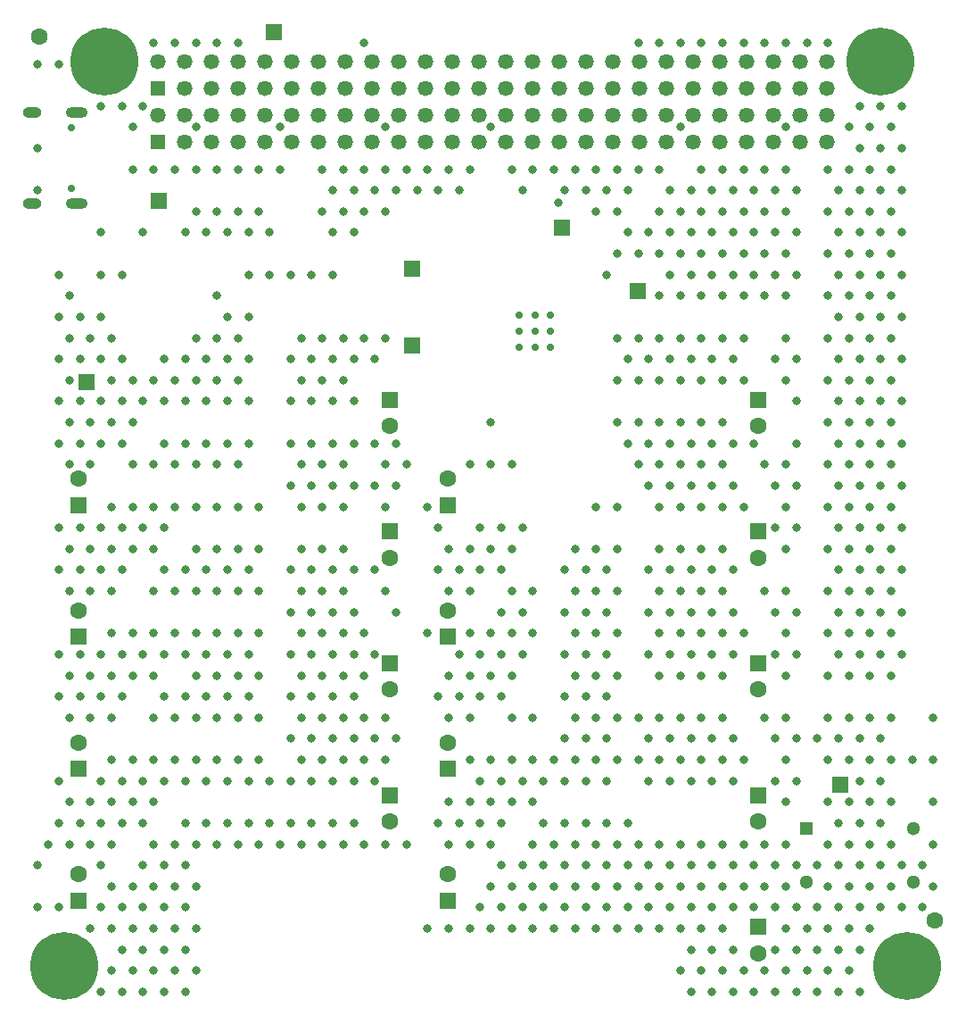
<source format=gbr>
%TF.GenerationSoftware,Altium Limited,Altium Designer,24.0.1 (36)*%
G04 Layer_Color=16711935*
%FSLAX45Y45*%
%MOMM*%
%TF.SameCoordinates,35AB2F61-03EE-4C9E-862A-60B4A91D9B88*%
%TF.FilePolarity,Negative*%
%TF.FileFunction,Soldermask,Bot*%
%TF.Part,Single*%
G01*
G75*
%TA.AperFunction,ComponentPad*%
%ADD44R,1.30000X1.30000*%
%ADD45C,1.30000*%
%TA.AperFunction,WasherPad*%
%ADD76C,1.59600*%
%TA.AperFunction,ComponentPad*%
%ADD77R,1.60000X1.60000*%
%ADD78R,1.60800X1.60800*%
%ADD79C,1.60800*%
%ADD80R,1.60000X1.60000*%
%ADD81O,1.80000X1.00000*%
%ADD82O,2.10000X1.00000*%
%ADD83C,0.70000*%
%TA.AperFunction,ViaPad*%
%ADD84C,6.45000*%
%TA.AperFunction,ComponentPad*%
%ADD85C,1.47000*%
%ADD86R,1.47000X1.47000*%
%TA.AperFunction,ViaPad*%
%ADD87C,0.80000*%
%ADD88C,0.70000*%
%ADD89C,0.80000*%
D44*
X7559000Y1808000D02*
D03*
D45*
Y1300000D02*
D03*
X8575000D02*
D03*
Y1808000D02*
D03*
D76*
X8777500Y935000D02*
D03*
X277500Y9317500D02*
D03*
D77*
X3812500Y6390000D02*
D03*
D78*
X4150000Y4875000D02*
D03*
X650000Y1125000D02*
D03*
Y4875000D02*
D03*
Y3625000D02*
D03*
Y2375000D02*
D03*
X3600000Y4625000D02*
D03*
Y5875000D02*
D03*
Y2125000D02*
D03*
Y3375000D02*
D03*
X4150000Y3625000D02*
D03*
Y2375000D02*
D03*
Y1125000D02*
D03*
X7100000Y5875000D02*
D03*
Y4625000D02*
D03*
Y3375000D02*
D03*
Y2125000D02*
D03*
Y875000D02*
D03*
D79*
X4150000Y5125000D02*
D03*
X650000Y1375000D02*
D03*
Y5125000D02*
D03*
Y3875000D02*
D03*
Y2625000D02*
D03*
X3600000Y4375000D02*
D03*
Y5625000D02*
D03*
Y1875000D02*
D03*
Y3125000D02*
D03*
X4150000Y3875000D02*
D03*
Y2625000D02*
D03*
Y1375000D02*
D03*
X7100000Y5625000D02*
D03*
Y4375000D02*
D03*
Y3125000D02*
D03*
Y1875000D02*
D03*
Y625000D02*
D03*
D80*
X3812500Y7117500D02*
D03*
X1407500Y7757500D02*
D03*
X2496820Y9357500D02*
D03*
X7875000Y2225000D02*
D03*
X721360Y6037580D02*
D03*
X5957500Y6905000D02*
D03*
X5232500Y7507500D02*
D03*
D81*
X210000Y7735000D02*
D03*
Y8600000D02*
D03*
D82*
X627000Y7735000D02*
D03*
Y8600000D02*
D03*
D83*
X578000Y8456500D02*
D03*
Y7878500D02*
D03*
D84*
X8255000Y9080500D02*
D03*
X889000D02*
D03*
X8509000Y508000D02*
D03*
X508000D02*
D03*
D85*
X2159000Y9080500D02*
D03*
X3683000D02*
D03*
X2921000D02*
D03*
X2667000D02*
D03*
X2413000D02*
D03*
X3429000D02*
D03*
X1905000D02*
D03*
X1651000D02*
D03*
X3175000D02*
D03*
X1397000D02*
D03*
X6223000D02*
D03*
X6477000Y8826500D02*
D03*
X7493000Y9080500D02*
D03*
Y8826500D02*
D03*
X7239000Y9080500D02*
D03*
Y8826500D02*
D03*
X6985000Y9080500D02*
D03*
Y8826500D02*
D03*
X6731000Y9080500D02*
D03*
Y8826500D02*
D03*
X6477000Y9080500D02*
D03*
X7747000D02*
D03*
Y8826500D02*
D03*
X6223000D02*
D03*
X3175000D02*
D03*
X4445000D02*
D03*
X3683000D02*
D03*
X3937000D02*
D03*
X4191000D02*
D03*
X3429000D02*
D03*
X5969000D02*
D03*
X5715000D02*
D03*
X5461000D02*
D03*
X4699000D02*
D03*
X4953000D02*
D03*
X5207000D02*
D03*
X2159000D02*
D03*
X2921000D02*
D03*
X2667000D02*
D03*
X2413000D02*
D03*
X1905000D02*
D03*
X1651000D02*
D03*
X5207000Y9080500D02*
D03*
X5969000D02*
D03*
X5715000D02*
D03*
X5461000D02*
D03*
X4953000D02*
D03*
X4699000D02*
D03*
X4445000D02*
D03*
X4191000D02*
D03*
X3937000D02*
D03*
X2159000Y8572500D02*
D03*
X3683000D02*
D03*
X2921000D02*
D03*
X2667000D02*
D03*
X2413000D02*
D03*
X3429000D02*
D03*
X1905000D02*
D03*
X1651000D02*
D03*
X3175000D02*
D03*
X1397000D02*
D03*
X6223000D02*
D03*
X6477000Y8318500D02*
D03*
X7493000Y8572500D02*
D03*
Y8318500D02*
D03*
X7239000Y8572500D02*
D03*
Y8318500D02*
D03*
X6985000Y8572500D02*
D03*
Y8318500D02*
D03*
X6731000Y8572500D02*
D03*
Y8318500D02*
D03*
X6477000Y8572500D02*
D03*
X7747000D02*
D03*
Y8318500D02*
D03*
X6223000D02*
D03*
X3175000D02*
D03*
X4445000D02*
D03*
X3683000D02*
D03*
X3937000D02*
D03*
X4191000D02*
D03*
X3429000D02*
D03*
X5969000D02*
D03*
X5715000D02*
D03*
X5461000D02*
D03*
X4699000D02*
D03*
X4953000D02*
D03*
X5207000D02*
D03*
X2159000D02*
D03*
X2921000D02*
D03*
X2667000D02*
D03*
X2413000D02*
D03*
X1905000D02*
D03*
X1651000D02*
D03*
X5207000Y8572500D02*
D03*
X5969000D02*
D03*
X5715000D02*
D03*
X5461000D02*
D03*
X4953000D02*
D03*
X4699000D02*
D03*
X4445000D02*
D03*
X4191000D02*
D03*
X3937000D02*
D03*
D86*
X1397000Y8826500D02*
D03*
Y8318500D02*
D03*
D87*
X8760006Y2860003D02*
D03*
Y2460003D02*
D03*
Y2060002D02*
D03*
Y1660002D02*
D03*
X8660006Y1460002D02*
D03*
X8760006Y1260002D02*
D03*
X8660006Y1060002D02*
D03*
X8460006Y8660006D02*
D03*
Y8260006D02*
D03*
Y7860006D02*
D03*
Y7460005D02*
D03*
Y7060005D02*
D03*
Y6660005D02*
D03*
Y6260005D02*
D03*
Y5860005D02*
D03*
Y5460004D02*
D03*
Y5060004D02*
D03*
Y4660004D02*
D03*
Y4260004D02*
D03*
Y3860003D02*
D03*
Y3460003D02*
D03*
X8560006Y2460003D02*
D03*
X8460006Y1460002D02*
D03*
Y1060002D02*
D03*
X8260006Y8660006D02*
D03*
X8360006Y8460006D02*
D03*
X8260006Y8260006D02*
D03*
X8360006Y8060006D02*
D03*
X8260006Y7860006D02*
D03*
X8360006Y7660006D02*
D03*
X8260006Y7460005D02*
D03*
X8360006Y7260005D02*
D03*
X8260006Y7060005D02*
D03*
X8360006Y6860005D02*
D03*
X8260006Y6660005D02*
D03*
X8360006Y6460005D02*
D03*
X8260006Y6260005D02*
D03*
X8360006Y6060005D02*
D03*
X8260006Y5860005D02*
D03*
X8360006Y5660004D02*
D03*
X8260006Y5460004D02*
D03*
X8360006Y5260004D02*
D03*
X8260006Y5060004D02*
D03*
X8360006Y4860004D02*
D03*
X8260006Y4660004D02*
D03*
X8360006Y4460004D02*
D03*
X8260006Y4260004D02*
D03*
X8360006Y4060004D02*
D03*
X8260006Y3860003D02*
D03*
X8360006Y3660003D02*
D03*
X8260006Y3460003D02*
D03*
X8360006Y3260003D02*
D03*
Y2860003D02*
D03*
X8260006Y2660003D02*
D03*
X8360006Y2460003D02*
D03*
X8260006Y2260003D02*
D03*
X8360006Y2060002D02*
D03*
X8260006Y1860002D02*
D03*
X8360006Y1660002D02*
D03*
X8260006Y1460002D02*
D03*
X8360006Y1260002D02*
D03*
X8260006Y1060002D02*
D03*
X8060006Y8660006D02*
D03*
X8160006Y8460006D02*
D03*
X8060006Y8260006D02*
D03*
X8160006Y8060006D02*
D03*
X8060006Y7860006D02*
D03*
X8160006Y7660006D02*
D03*
X8060006Y7460005D02*
D03*
X8160006Y7260005D02*
D03*
X8060006Y7060005D02*
D03*
X8160006Y6860005D02*
D03*
X8060006Y6660005D02*
D03*
X8160006Y6460005D02*
D03*
X8060006Y6260005D02*
D03*
X8160006Y6060005D02*
D03*
X8060006Y5860005D02*
D03*
X8160006Y5660004D02*
D03*
X8060006Y5460004D02*
D03*
X8160006Y5260004D02*
D03*
X8060006Y5060004D02*
D03*
X8160006Y4860004D02*
D03*
X8060006Y4660004D02*
D03*
X8160006Y4460004D02*
D03*
X8060006Y4260004D02*
D03*
X8160006Y4060004D02*
D03*
X8060006Y3860003D02*
D03*
X8160006Y3660003D02*
D03*
X8060006Y3460003D02*
D03*
X8160006Y3260003D02*
D03*
Y2860003D02*
D03*
X8060006Y2660003D02*
D03*
X8160006Y2460003D02*
D03*
X8060006Y2260003D02*
D03*
X8160006Y2060002D02*
D03*
X8060006Y1860002D02*
D03*
X8160006Y1660002D02*
D03*
X8060006Y1460002D02*
D03*
X8160006Y1260002D02*
D03*
X8060006Y1060002D02*
D03*
X8160006Y860002D02*
D03*
X8060006Y660002D02*
D03*
Y260002D02*
D03*
X7960006Y8460006D02*
D03*
Y8060006D02*
D03*
X7860006Y7860006D02*
D03*
X7960006Y7660006D02*
D03*
X7860006Y7460005D02*
D03*
X7960006Y7260005D02*
D03*
X7860006Y7060005D02*
D03*
X7960006Y6860005D02*
D03*
X7860006Y6660005D02*
D03*
X7960006Y6460005D02*
D03*
X7860006Y6260005D02*
D03*
X7960006Y6060005D02*
D03*
X7860006Y5860005D02*
D03*
X7960006Y5660004D02*
D03*
X7860006Y5460004D02*
D03*
X7960006Y5260004D02*
D03*
X7860006Y5060004D02*
D03*
X7960006Y4860004D02*
D03*
X7860006Y4660004D02*
D03*
X7960006Y4460004D02*
D03*
X7860006Y4260004D02*
D03*
X7960006Y4060004D02*
D03*
X7860006Y3860003D02*
D03*
X7960006Y3660003D02*
D03*
X7860006Y3460003D02*
D03*
X7960006Y3260003D02*
D03*
Y2860003D02*
D03*
X7860006Y2660003D02*
D03*
X7960006Y2460003D02*
D03*
Y2060002D02*
D03*
X7860006Y1860002D02*
D03*
X7960006Y1660002D02*
D03*
X7860006Y1460002D02*
D03*
X7960006Y1260002D02*
D03*
X7860006Y1060002D02*
D03*
X7960006Y860002D02*
D03*
X7860006Y660002D02*
D03*
X7960006Y460002D02*
D03*
X7860006Y260002D02*
D03*
X7760006Y9260006D02*
D03*
Y8060006D02*
D03*
Y7660006D02*
D03*
Y7260005D02*
D03*
Y6860005D02*
D03*
Y6460005D02*
D03*
Y6060005D02*
D03*
Y5660004D02*
D03*
Y5260004D02*
D03*
Y4860004D02*
D03*
Y4460004D02*
D03*
Y4060004D02*
D03*
Y3660003D02*
D03*
Y3260003D02*
D03*
Y2860003D02*
D03*
X7660006Y2660003D02*
D03*
X7760006Y2460003D02*
D03*
Y2060002D02*
D03*
Y1660002D02*
D03*
X7660006Y1460002D02*
D03*
X7760006Y1260002D02*
D03*
X7660006Y1060002D02*
D03*
X7760006Y860002D02*
D03*
X7660006Y660002D02*
D03*
X7760006Y460002D02*
D03*
X7660006Y260002D02*
D03*
X7560005Y9260006D02*
D03*
X7460005Y7860006D02*
D03*
Y7460005D02*
D03*
Y7060005D02*
D03*
Y6260005D02*
D03*
Y5860005D02*
D03*
Y5460004D02*
D03*
Y5060004D02*
D03*
Y4660004D02*
D03*
Y3860003D02*
D03*
Y3460003D02*
D03*
Y2660003D02*
D03*
Y2260003D02*
D03*
Y1460002D02*
D03*
Y1060002D02*
D03*
X7560005Y860002D02*
D03*
X7460005Y660002D02*
D03*
X7560005Y460002D02*
D03*
X7460005Y260002D02*
D03*
X7360005Y9260006D02*
D03*
Y8460006D02*
D03*
Y8060006D02*
D03*
X7260005Y7860006D02*
D03*
X7360005Y7660006D02*
D03*
X7260005Y7460005D02*
D03*
X7360005Y7260005D02*
D03*
X7260005Y7060005D02*
D03*
X7360005Y6860005D02*
D03*
Y6460005D02*
D03*
X7260005Y6260005D02*
D03*
X7360005Y6060005D02*
D03*
Y5260004D02*
D03*
X7260005Y5060004D02*
D03*
X7360005Y4860004D02*
D03*
X7260005Y4660004D02*
D03*
X7360005Y4460004D02*
D03*
Y4060004D02*
D03*
X7260005Y3860003D02*
D03*
X7360005Y3660003D02*
D03*
X7260005Y3460003D02*
D03*
X7360005Y3260003D02*
D03*
Y2860003D02*
D03*
X7260005Y2660003D02*
D03*
X7360005Y2460003D02*
D03*
X7260005Y2260003D02*
D03*
X7360005Y2060002D02*
D03*
Y1660002D02*
D03*
X7260005Y1460002D02*
D03*
X7360005Y1260002D02*
D03*
X7260005Y1060002D02*
D03*
X7360005Y860002D02*
D03*
X7260005Y660002D02*
D03*
X7360005Y460002D02*
D03*
X7260005Y260002D02*
D03*
X7160005Y9260006D02*
D03*
Y8060006D02*
D03*
X7060005Y7860006D02*
D03*
X7160005Y7660006D02*
D03*
X7060005Y7460005D02*
D03*
X7160005Y7260005D02*
D03*
X7060005Y7060005D02*
D03*
X7160005Y6860005D02*
D03*
X7060005Y5460004D02*
D03*
X7160005Y5260004D02*
D03*
Y4060004D02*
D03*
Y2860003D02*
D03*
Y1660002D02*
D03*
X7060005Y1460002D02*
D03*
X7160005Y1260002D02*
D03*
X7060005Y1060002D02*
D03*
X7160005Y460002D02*
D03*
X7060005Y260002D02*
D03*
X6960005Y9260006D02*
D03*
Y8060006D02*
D03*
X6860005Y7860006D02*
D03*
X6960005Y7660006D02*
D03*
X6860005Y7460005D02*
D03*
X6960005Y7260005D02*
D03*
X6860005Y7060005D02*
D03*
X6960005Y6860005D02*
D03*
Y6460005D02*
D03*
X6860005Y6260005D02*
D03*
X6960005Y6060005D02*
D03*
X6860005Y5460004D02*
D03*
Y5060004D02*
D03*
X6960005Y4860004D02*
D03*
X6860005Y4260004D02*
D03*
Y3860003D02*
D03*
X6960005Y3660003D02*
D03*
X6860005Y3460003D02*
D03*
Y2660003D02*
D03*
X6960005Y2460003D02*
D03*
X6860005Y2260003D02*
D03*
X6960005Y1660002D02*
D03*
X6860005Y1460002D02*
D03*
X6960005Y1260002D02*
D03*
X6860005Y1060002D02*
D03*
Y660002D02*
D03*
X6960005Y460002D02*
D03*
X6860005Y260002D02*
D03*
X6760005Y9260006D02*
D03*
Y8060006D02*
D03*
X6660005Y7860006D02*
D03*
X6760005Y7660006D02*
D03*
X6660005Y7460005D02*
D03*
X6760005Y7260005D02*
D03*
X6660005Y7060005D02*
D03*
X6760005Y6860005D02*
D03*
Y6460005D02*
D03*
X6660005Y6260005D02*
D03*
X6760005Y6060005D02*
D03*
Y5660004D02*
D03*
X6660005Y5460004D02*
D03*
X6760005Y5260004D02*
D03*
X6660005Y5060004D02*
D03*
X6760005Y4860004D02*
D03*
Y4460004D02*
D03*
X6660005Y4260004D02*
D03*
X6760005Y4060004D02*
D03*
X6660005Y3860003D02*
D03*
X6760005Y3660003D02*
D03*
X6660005Y3460003D02*
D03*
X6760005Y3260003D02*
D03*
Y2860003D02*
D03*
X6660005Y2660003D02*
D03*
X6760005Y2460003D02*
D03*
X6660005Y2260003D02*
D03*
X6760005Y1660002D02*
D03*
X6660005Y1460002D02*
D03*
X6760005Y1260002D02*
D03*
X6660005Y1060002D02*
D03*
X6760005Y860002D02*
D03*
X6660005Y660002D02*
D03*
X6760005Y460002D02*
D03*
X6660005Y260002D02*
D03*
X6560005Y9260006D02*
D03*
Y8060006D02*
D03*
X6460005Y7860006D02*
D03*
X6560005Y7660006D02*
D03*
X6460005Y7460005D02*
D03*
X6560005Y7260005D02*
D03*
X6460005Y7060005D02*
D03*
X6560005Y6860005D02*
D03*
Y6460005D02*
D03*
X6460005Y6260005D02*
D03*
X6560005Y6060005D02*
D03*
Y5660004D02*
D03*
X6460005Y5460004D02*
D03*
X6560005Y5260004D02*
D03*
X6460005Y5060004D02*
D03*
X6560005Y4860004D02*
D03*
Y4460004D02*
D03*
X6460005Y4260004D02*
D03*
X6560005Y4060004D02*
D03*
X6460005Y3860003D02*
D03*
X6560005Y3660003D02*
D03*
X6460005Y3460003D02*
D03*
X6560005Y3260003D02*
D03*
Y2860003D02*
D03*
X6460005Y2660003D02*
D03*
X6560005Y2460003D02*
D03*
X6460005Y2260003D02*
D03*
X6560005Y1660002D02*
D03*
X6460005Y1460002D02*
D03*
X6560005Y1260002D02*
D03*
X6460005Y1060002D02*
D03*
X6560005Y860002D02*
D03*
X6460005Y660002D02*
D03*
X6560005Y460002D02*
D03*
X6460005Y260002D02*
D03*
X6360005Y9260006D02*
D03*
Y8460006D02*
D03*
X6260005Y7860006D02*
D03*
X6360005Y7660006D02*
D03*
X6260005Y7460005D02*
D03*
X6360005Y7260005D02*
D03*
X6260005Y7060005D02*
D03*
X6360005Y6860005D02*
D03*
Y6460005D02*
D03*
X6260005Y6260005D02*
D03*
X6360005Y6060005D02*
D03*
Y5660004D02*
D03*
X6260005Y5460004D02*
D03*
X6360005Y5260004D02*
D03*
X6260005Y5060004D02*
D03*
X6360005Y4860004D02*
D03*
Y4460004D02*
D03*
X6260005Y4260004D02*
D03*
X6360005Y4060004D02*
D03*
X6260005Y3860003D02*
D03*
X6360005Y3660003D02*
D03*
X6260005Y3460003D02*
D03*
X6360005Y3260003D02*
D03*
Y2860003D02*
D03*
X6260005Y2660003D02*
D03*
X6360005Y2460003D02*
D03*
X6260005Y2260003D02*
D03*
X6360005Y1660002D02*
D03*
X6260005Y1460002D02*
D03*
X6360005Y1260002D02*
D03*
X6260005Y1060002D02*
D03*
X6360005Y860002D02*
D03*
Y460002D02*
D03*
X6160005Y9260006D02*
D03*
Y8060006D02*
D03*
Y7660006D02*
D03*
X6060005Y7460005D02*
D03*
X6160005Y7260005D02*
D03*
Y6860005D02*
D03*
Y6460005D02*
D03*
X6060005Y6260005D02*
D03*
X6160005Y6060005D02*
D03*
Y5660004D02*
D03*
X6060005Y5460004D02*
D03*
X6160005Y5260004D02*
D03*
X6060005Y5060004D02*
D03*
X6160005Y4860004D02*
D03*
Y4460004D02*
D03*
X6060005Y4260004D02*
D03*
X6160005Y4060004D02*
D03*
X6060005Y3860003D02*
D03*
X6160005Y3660003D02*
D03*
X6060005Y3460003D02*
D03*
X6160005Y3260003D02*
D03*
Y2860003D02*
D03*
X6060005Y2660003D02*
D03*
X6160005Y2460003D02*
D03*
X6060005Y2260003D02*
D03*
X6160005Y1660002D02*
D03*
X6060005Y1460002D02*
D03*
X6160005Y1260002D02*
D03*
X6060005Y1060002D02*
D03*
X6160005Y860002D02*
D03*
X5960005Y9260006D02*
D03*
Y8060006D02*
D03*
X5860005Y7860006D02*
D03*
Y7460005D02*
D03*
X5960005Y7260005D02*
D03*
Y6460005D02*
D03*
X5860005Y6260005D02*
D03*
X5960005Y6060005D02*
D03*
Y5660004D02*
D03*
X5860005Y5460004D02*
D03*
X5960005Y5260004D02*
D03*
Y2860003D02*
D03*
Y2460003D02*
D03*
X5860005Y1860002D02*
D03*
X5960005Y1660002D02*
D03*
X5860005Y1460002D02*
D03*
X5960005Y1260002D02*
D03*
X5860005Y1060002D02*
D03*
X5960005Y860002D02*
D03*
X5760004Y8060006D02*
D03*
X5660004Y7860006D02*
D03*
X5760004Y7660006D02*
D03*
Y7260005D02*
D03*
X5660004Y7060005D02*
D03*
X5760004Y6460005D02*
D03*
Y6060005D02*
D03*
Y5660004D02*
D03*
Y4860004D02*
D03*
Y4460004D02*
D03*
X5660004Y4260004D02*
D03*
X5760004Y4060004D02*
D03*
X5660004Y3860003D02*
D03*
X5760004Y3660003D02*
D03*
X5660004Y3460003D02*
D03*
X5760004Y3260003D02*
D03*
X5660004Y3060003D02*
D03*
X5760004Y2860003D02*
D03*
X5660004Y2660003D02*
D03*
X5760004Y2460003D02*
D03*
X5660004Y2260003D02*
D03*
Y1860002D02*
D03*
X5760004Y1660002D02*
D03*
X5660004Y1460002D02*
D03*
X5760004Y1260002D02*
D03*
X5660004Y1060002D02*
D03*
X5760004Y860002D02*
D03*
X5560004Y8060006D02*
D03*
X5460004Y7860006D02*
D03*
X5560004Y7660006D02*
D03*
Y4860004D02*
D03*
Y4460004D02*
D03*
X5460004Y4260004D02*
D03*
X5560004Y4060004D02*
D03*
X5460004Y3860003D02*
D03*
X5560004Y3660003D02*
D03*
X5460004Y3460003D02*
D03*
X5560004Y3260003D02*
D03*
X5460004Y3060003D02*
D03*
X5560004Y2860003D02*
D03*
X5460004Y2660003D02*
D03*
X5560004Y2460003D02*
D03*
X5460004Y2260003D02*
D03*
Y1860002D02*
D03*
X5560004Y1660002D02*
D03*
X5460004Y1460002D02*
D03*
X5560004Y1260002D02*
D03*
X5460004Y1060002D02*
D03*
X5560004Y860002D02*
D03*
X5360004Y8060006D02*
D03*
X5260004Y7860006D02*
D03*
X5360004Y4460004D02*
D03*
X5260004Y4260004D02*
D03*
X5360004Y4060004D02*
D03*
X5260004Y3860003D02*
D03*
X5360004Y3660003D02*
D03*
X5260004Y3460003D02*
D03*
X5360004Y3260003D02*
D03*
X5260004Y3060003D02*
D03*
X5360004Y2860003D02*
D03*
X5260004Y2660003D02*
D03*
X5360004Y2460003D02*
D03*
X5260004Y2260003D02*
D03*
Y1860002D02*
D03*
X5360004Y1660002D02*
D03*
X5260004Y1460002D02*
D03*
X5360004Y1260002D02*
D03*
X5260004Y1060002D02*
D03*
X5360004Y860002D02*
D03*
X5160004Y8060006D02*
D03*
Y2460003D02*
D03*
X5060004Y2260003D02*
D03*
Y1860002D02*
D03*
X5160004Y1660002D02*
D03*
X5060004Y1460002D02*
D03*
X5160004Y1260002D02*
D03*
X5060004Y1060002D02*
D03*
X5160004Y860002D02*
D03*
X4960004Y8060006D02*
D03*
X4860004Y7860006D02*
D03*
Y4660004D02*
D03*
X4960004Y4060004D02*
D03*
X4860004Y3860003D02*
D03*
X4960004Y3660003D02*
D03*
X4860004Y3460003D02*
D03*
X4960004Y2860003D02*
D03*
Y2460003D02*
D03*
X4860004Y2260003D02*
D03*
X4960004Y2060002D02*
D03*
Y1660002D02*
D03*
X4860004Y1460002D02*
D03*
X4960004Y1260002D02*
D03*
X4860004Y1060002D02*
D03*
X4960004Y860002D02*
D03*
X4760004Y8060006D02*
D03*
Y5260004D02*
D03*
X4660004Y4660004D02*
D03*
X4760004Y4460004D02*
D03*
X4660004Y4260004D02*
D03*
X4760004Y4060004D02*
D03*
X4660004Y3860003D02*
D03*
X4760004Y3660003D02*
D03*
X4660004Y3460003D02*
D03*
X4760004Y3260003D02*
D03*
X4660004Y3060003D02*
D03*
X4760004Y2860003D02*
D03*
Y2460003D02*
D03*
X4660004Y2260003D02*
D03*
X4760004Y2060002D02*
D03*
X4660004Y1860002D02*
D03*
Y1460002D02*
D03*
X4760004Y1260002D02*
D03*
X4660004Y1060002D02*
D03*
X4760004Y860002D02*
D03*
X4560004Y8460006D02*
D03*
Y5660004D02*
D03*
Y5260004D02*
D03*
X4460004Y4660004D02*
D03*
X4560004Y4460004D02*
D03*
X4460004Y4260004D02*
D03*
X4560004Y3660003D02*
D03*
X4460004Y3460003D02*
D03*
X4560004Y3260003D02*
D03*
X4460004Y3060003D02*
D03*
X4560004Y2460003D02*
D03*
X4460004Y2260003D02*
D03*
X4560004Y2060002D02*
D03*
X4460004Y1860002D02*
D03*
X4560004Y1660002D02*
D03*
Y1260002D02*
D03*
X4460004Y1060002D02*
D03*
X4560004Y860002D02*
D03*
X4360004Y8060006D02*
D03*
X4260004Y7860006D02*
D03*
X4360004Y5260004D02*
D03*
Y4460004D02*
D03*
X4260004Y4260004D02*
D03*
X4360004Y4060004D02*
D03*
Y3660003D02*
D03*
X4260004Y3460003D02*
D03*
X4360004Y3260003D02*
D03*
X4260004Y3060003D02*
D03*
X4360004Y2860003D02*
D03*
Y2460003D02*
D03*
Y2060002D02*
D03*
X4260004Y1860002D02*
D03*
X4360004Y1660002D02*
D03*
Y860002D02*
D03*
X4160004Y8060006D02*
D03*
X4060004Y7860006D02*
D03*
Y4660004D02*
D03*
X4160004Y4460004D02*
D03*
X4060004Y4260004D02*
D03*
X4160004Y4060004D02*
D03*
Y3260003D02*
D03*
X4060004Y3060003D02*
D03*
X4160004Y2860003D02*
D03*
Y2060002D02*
D03*
X4060004Y1860002D02*
D03*
X4160004Y1660002D02*
D03*
Y860002D02*
D03*
X3960004Y8060006D02*
D03*
X3860003Y7860006D02*
D03*
X3960004Y4860004D02*
D03*
Y3660003D02*
D03*
Y860002D02*
D03*
X3760003Y8060006D02*
D03*
X3660003Y7860006D02*
D03*
Y5460004D02*
D03*
X3760003Y5260004D02*
D03*
X3660003Y5060004D02*
D03*
Y3860003D02*
D03*
Y2660003D02*
D03*
X3760003Y1660002D02*
D03*
X3560003Y8460006D02*
D03*
Y8060006D02*
D03*
X3460003Y7860006D02*
D03*
X3560003Y7660006D02*
D03*
Y6460005D02*
D03*
X3460003Y6260005D02*
D03*
Y5460004D02*
D03*
X3560003Y5260004D02*
D03*
X3460003Y5060004D02*
D03*
X3560003Y4860004D02*
D03*
X3460003Y4260004D02*
D03*
X3560003Y4060004D02*
D03*
X3460003Y3460003D02*
D03*
X3560003Y2860003D02*
D03*
X3460003Y2660003D02*
D03*
X3560003Y2460003D02*
D03*
X3460003Y2260003D02*
D03*
X3560003Y1660002D02*
D03*
X3360003Y9260006D02*
D03*
Y8060006D02*
D03*
X3260003Y7860006D02*
D03*
X3360003Y7660006D02*
D03*
X3260003Y7460005D02*
D03*
X3360003Y6460005D02*
D03*
X3260003Y6260005D02*
D03*
Y5860005D02*
D03*
Y5460004D02*
D03*
Y5060004D02*
D03*
Y4260004D02*
D03*
Y3860003D02*
D03*
X3360003Y3660003D02*
D03*
X3260003Y3460003D02*
D03*
X3360003Y3260003D02*
D03*
X3260003Y3060003D02*
D03*
X3360003Y2860003D02*
D03*
X3260003Y2660003D02*
D03*
X3360003Y2460003D02*
D03*
X3260003Y2260003D02*
D03*
Y1860002D02*
D03*
X3360003Y1660002D02*
D03*
X3160003Y8060006D02*
D03*
X3060003Y7860006D02*
D03*
X3160003Y7660006D02*
D03*
X3060003Y7460005D02*
D03*
Y7060005D02*
D03*
X3160003Y6460005D02*
D03*
X3060003Y6260005D02*
D03*
X3160003Y6060005D02*
D03*
X3060003Y5860005D02*
D03*
Y5460004D02*
D03*
X3160003Y5260004D02*
D03*
X3060003Y5060004D02*
D03*
X3160003Y4860004D02*
D03*
Y4460004D02*
D03*
X3060003Y4260004D02*
D03*
X3160003Y4060004D02*
D03*
X3060003Y3860003D02*
D03*
X3160003Y3660003D02*
D03*
X3060003Y3460003D02*
D03*
X3160003Y3260003D02*
D03*
X3060003Y3060003D02*
D03*
X3160003Y2860003D02*
D03*
X3060003Y2660003D02*
D03*
X3160003Y2460003D02*
D03*
X3060003Y2260003D02*
D03*
Y1860002D02*
D03*
X3160003Y1660002D02*
D03*
X2960003Y8060006D02*
D03*
Y7660006D02*
D03*
X2860003Y7060005D02*
D03*
X2960003Y6460005D02*
D03*
X2860003Y6260005D02*
D03*
X2960003Y6060005D02*
D03*
X2860003Y5860005D02*
D03*
Y5460004D02*
D03*
X2960003Y5260004D02*
D03*
X2860003Y5060004D02*
D03*
X2960003Y4860004D02*
D03*
Y4460004D02*
D03*
X2860003Y4260004D02*
D03*
X2960003Y4060004D02*
D03*
X2860003Y3860003D02*
D03*
X2960003Y3660003D02*
D03*
X2860003Y3460003D02*
D03*
X2960003Y3260003D02*
D03*
X2860003Y3060003D02*
D03*
X2960003Y2860003D02*
D03*
X2860003Y2660003D02*
D03*
X2960003Y2460003D02*
D03*
X2860003Y2260003D02*
D03*
Y1860002D02*
D03*
X2960003Y1660002D02*
D03*
X2660003Y7060005D02*
D03*
X2760003Y6460005D02*
D03*
X2660003Y6260005D02*
D03*
X2760003Y6060005D02*
D03*
X2660003Y5860005D02*
D03*
Y5460004D02*
D03*
X2760003Y5260004D02*
D03*
X2660003Y5060004D02*
D03*
X2760003Y4860004D02*
D03*
Y4460004D02*
D03*
X2660003Y4260004D02*
D03*
X2760003Y4060004D02*
D03*
X2660003Y3860003D02*
D03*
X2760003Y3660003D02*
D03*
X2660003Y3460003D02*
D03*
X2760003Y3260003D02*
D03*
X2660003Y3060003D02*
D03*
X2760003Y2860003D02*
D03*
X2660003Y2660003D02*
D03*
X2760003Y2460003D02*
D03*
X2660003Y2260003D02*
D03*
Y1860002D02*
D03*
X2760003Y1660002D02*
D03*
X2560003Y8460006D02*
D03*
Y8060006D02*
D03*
X2460003Y7460005D02*
D03*
Y7060005D02*
D03*
Y2260003D02*
D03*
Y1860002D02*
D03*
X2560003Y1660002D02*
D03*
X2360003Y8060006D02*
D03*
Y7660006D02*
D03*
X2260003Y7460005D02*
D03*
Y7060005D02*
D03*
Y6660005D02*
D03*
Y6260005D02*
D03*
Y5860005D02*
D03*
Y5460004D02*
D03*
X2360003Y4860004D02*
D03*
Y4460004D02*
D03*
X2260003Y4260004D02*
D03*
X2360003Y4060004D02*
D03*
Y3660003D02*
D03*
X2260003Y3460003D02*
D03*
X2360003Y3260003D02*
D03*
X2260003Y3060003D02*
D03*
X2360003Y2860003D02*
D03*
Y2460003D02*
D03*
X2260003Y2260003D02*
D03*
Y1860002D02*
D03*
X2360003Y1660002D02*
D03*
X2160003Y9260006D02*
D03*
Y8060006D02*
D03*
Y7660006D02*
D03*
X2060002Y7460005D02*
D03*
Y6660005D02*
D03*
X2160003Y6460005D02*
D03*
X2060002Y6260005D02*
D03*
X2160003Y6060005D02*
D03*
X2060002Y5860005D02*
D03*
Y5460004D02*
D03*
X2160003Y5260004D02*
D03*
Y4860004D02*
D03*
Y4460004D02*
D03*
X2060002Y4260004D02*
D03*
X2160003Y4060004D02*
D03*
Y3660003D02*
D03*
X2060002Y3460003D02*
D03*
X2160003Y3260003D02*
D03*
X2060002Y3060003D02*
D03*
X2160003Y2860003D02*
D03*
Y2460003D02*
D03*
X2060002Y2260003D02*
D03*
Y1860002D02*
D03*
X2160003Y1660002D02*
D03*
X1960002Y9260006D02*
D03*
Y8060006D02*
D03*
Y7660006D02*
D03*
X1860002Y7460005D02*
D03*
X1960002Y6860005D02*
D03*
Y6460005D02*
D03*
X1860002Y6260005D02*
D03*
X1960002Y6060005D02*
D03*
X1860002Y5860005D02*
D03*
Y5460004D02*
D03*
X1960002Y5260004D02*
D03*
Y4860004D02*
D03*
Y4460004D02*
D03*
X1860002Y4260004D02*
D03*
X1960002Y4060004D02*
D03*
Y3660003D02*
D03*
X1860002Y3460003D02*
D03*
X1960002Y3260003D02*
D03*
X1860002Y3060003D02*
D03*
X1960002Y2860003D02*
D03*
Y2460003D02*
D03*
X1860002Y2260003D02*
D03*
Y1860002D02*
D03*
X1960002Y1660002D02*
D03*
X1760002Y9260006D02*
D03*
Y8460006D02*
D03*
Y8060006D02*
D03*
Y7660006D02*
D03*
X1660002Y7460005D02*
D03*
X1760002Y6460005D02*
D03*
X1660002Y6260005D02*
D03*
X1760002Y6060005D02*
D03*
X1660002Y5860005D02*
D03*
Y5460004D02*
D03*
X1760002Y5260004D02*
D03*
Y4860004D02*
D03*
Y4460004D02*
D03*
X1660002Y4260004D02*
D03*
X1760002Y4060004D02*
D03*
Y3660003D02*
D03*
X1660002Y3460003D02*
D03*
X1760002Y3260003D02*
D03*
X1660002Y3060003D02*
D03*
X1760002Y2860003D02*
D03*
Y2460003D02*
D03*
X1660002Y2260003D02*
D03*
Y1860002D02*
D03*
X1760002Y1660002D02*
D03*
X1660002Y1460002D02*
D03*
X1760002Y1260002D02*
D03*
X1660002Y1060002D02*
D03*
X1760002Y860002D02*
D03*
X1660002Y660002D02*
D03*
X1760002Y460002D02*
D03*
X1660002Y260002D02*
D03*
X1560002Y9260006D02*
D03*
Y8060006D02*
D03*
X1460002Y6260005D02*
D03*
X1560002Y6060005D02*
D03*
X1460002Y5860005D02*
D03*
Y5460004D02*
D03*
X1560002Y5260004D02*
D03*
Y4860004D02*
D03*
X1460002Y4660004D02*
D03*
Y4260004D02*
D03*
X1560002Y4060004D02*
D03*
Y3660003D02*
D03*
X1460002Y3460003D02*
D03*
Y3060003D02*
D03*
X1560002Y2860003D02*
D03*
Y2460003D02*
D03*
X1460002Y2260003D02*
D03*
X1560002Y1660002D02*
D03*
X1460002Y1460002D02*
D03*
X1560002Y1260002D02*
D03*
X1460002Y1060002D02*
D03*
X1560002Y860002D02*
D03*
X1460002Y660002D02*
D03*
X1560002Y460002D02*
D03*
X1460002Y260002D02*
D03*
X1360002Y9260006D02*
D03*
X1260002Y8660006D02*
D03*
X1360002Y8060006D02*
D03*
X1260002Y7460005D02*
D03*
X1360002Y6060005D02*
D03*
X1260002Y5860005D02*
D03*
X1360002Y5260004D02*
D03*
Y4860004D02*
D03*
X1260002Y4660004D02*
D03*
X1360002Y4460004D02*
D03*
Y4060004D02*
D03*
Y3660003D02*
D03*
X1260002Y3460003D02*
D03*
X1360002Y3260003D02*
D03*
Y2860003D02*
D03*
Y2460003D02*
D03*
X1260002Y2260003D02*
D03*
X1360002Y2060002D02*
D03*
X1260002Y1860002D02*
D03*
X1360002Y1660002D02*
D03*
X1260002Y1460002D02*
D03*
X1360002Y1260002D02*
D03*
X1260002Y1060002D02*
D03*
X1360002Y860002D02*
D03*
X1260002Y660002D02*
D03*
X1360002Y460002D02*
D03*
X1260002Y260002D02*
D03*
X1060002Y8660006D02*
D03*
X1160002Y8460006D02*
D03*
Y8060006D02*
D03*
X1060002Y7060005D02*
D03*
Y6260005D02*
D03*
X1160002Y6060005D02*
D03*
X1060002Y5860005D02*
D03*
X1160002Y5660004D02*
D03*
X1060002Y5460004D02*
D03*
X1160002Y5260004D02*
D03*
Y4860004D02*
D03*
X1060002Y4660004D02*
D03*
X1160002Y4460004D02*
D03*
X1060002Y4260004D02*
D03*
X1160002Y3660003D02*
D03*
X1060002Y3460003D02*
D03*
X1160002Y3260003D02*
D03*
X1060002Y3060003D02*
D03*
X1160002Y2460003D02*
D03*
X1060002Y2260003D02*
D03*
X1160002Y2060002D02*
D03*
X1060002Y1860002D02*
D03*
X1160002Y1260002D02*
D03*
X1060002Y1060002D02*
D03*
X1160002Y860002D02*
D03*
X1060002Y660002D02*
D03*
X1160002Y460002D02*
D03*
X1060002Y260002D02*
D03*
X860002Y8660006D02*
D03*
Y7460005D02*
D03*
Y7060005D02*
D03*
Y6660005D02*
D03*
X960002Y6460005D02*
D03*
X860002Y6260005D02*
D03*
X960002Y6060005D02*
D03*
X860002Y5860005D02*
D03*
X960002Y5660004D02*
D03*
X860002Y5460004D02*
D03*
X960002Y4860004D02*
D03*
X860002Y4660004D02*
D03*
X960002Y4460004D02*
D03*
X860002Y4260004D02*
D03*
X960002Y4060004D02*
D03*
Y3660003D02*
D03*
X860002Y3460003D02*
D03*
X960002Y3260003D02*
D03*
X860002Y3060003D02*
D03*
X960002Y2860003D02*
D03*
Y2460003D02*
D03*
X860002Y2260003D02*
D03*
X960002Y2060002D02*
D03*
X860002Y1860002D02*
D03*
X960002Y1660002D02*
D03*
X860002Y1460002D02*
D03*
X960002Y1260002D02*
D03*
X860002Y1060002D02*
D03*
X960002Y860002D02*
D03*
Y460002D02*
D03*
X860002Y260002D02*
D03*
X660002Y6660005D02*
D03*
X760002Y6460005D02*
D03*
X660002Y6260005D02*
D03*
Y5860005D02*
D03*
X760002Y5660004D02*
D03*
X660002Y5460004D02*
D03*
X760002Y5260004D02*
D03*
X660002Y4660004D02*
D03*
X760002Y4460004D02*
D03*
X660002Y4260004D02*
D03*
X760002Y4060004D02*
D03*
X660002Y3460003D02*
D03*
X760002Y3260003D02*
D03*
X660002Y3060003D02*
D03*
X760002Y2860003D02*
D03*
Y2060002D02*
D03*
X660002Y1860002D02*
D03*
X760002Y1660002D02*
D03*
Y860002D02*
D03*
X460002Y9060006D02*
D03*
Y7060005D02*
D03*
X560002Y6860005D02*
D03*
X460002Y6660005D02*
D03*
X560002Y6460005D02*
D03*
X460002Y6260005D02*
D03*
X560002Y6060005D02*
D03*
X460002Y5860005D02*
D03*
X560002Y5660004D02*
D03*
X460002Y5460004D02*
D03*
X560002Y5260004D02*
D03*
X460002Y4660004D02*
D03*
X560002Y4460004D02*
D03*
X460002Y4260004D02*
D03*
X560002Y4060004D02*
D03*
X460002Y3460003D02*
D03*
X560002Y3260003D02*
D03*
X460002Y3060003D02*
D03*
X560002Y2860003D02*
D03*
X460002Y2260003D02*
D03*
X560002Y2060002D02*
D03*
X460002Y1860002D02*
D03*
X560002Y1660002D02*
D03*
X460002Y1060002D02*
D03*
X260002Y9060006D02*
D03*
Y8260006D02*
D03*
Y7860006D02*
D03*
X360002Y1660002D02*
D03*
X260002Y1460002D02*
D03*
Y1060002D02*
D03*
D88*
X4827500Y6526000D02*
D03*
X4977500Y6376000D02*
D03*
X4827500D02*
D03*
X5127500D02*
D03*
Y6676000D02*
D03*
X4827500D02*
D03*
X5127500Y6526000D02*
D03*
X4977500Y6676000D02*
D03*
X4977499Y6526001D02*
D03*
D89*
X5204400Y7745600D02*
D03*
%TF.MD5,d071d3794bb187a792e94b43920caf18*%
M02*

</source>
